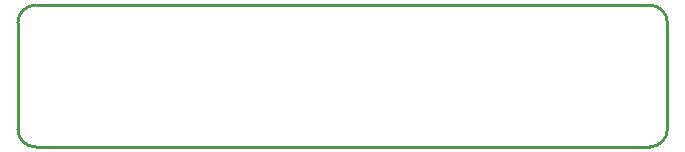
<source format=gbr>
%TF.GenerationSoftware,KiCad,Pcbnew,7.0.10*%
%TF.CreationDate,2024-02-03T21:39:14-08:00*%
%TF.ProjectId,Leak_Detection_PCB,4c65616b-5f44-4657-9465-6374696f6e5f,rev?*%
%TF.SameCoordinates,Original*%
%TF.FileFunction,Profile,NP*%
%FSLAX46Y46*%
G04 Gerber Fmt 4.6, Leading zero omitted, Abs format (unit mm)*
G04 Created by KiCad (PCBNEW 7.0.10) date 2024-02-03 21:39:14*
%MOMM*%
%LPD*%
G01*
G04 APERTURE LIST*
%TA.AperFunction,Profile*%
%ADD10C,0.250000*%
%TD*%
G04 APERTURE END LIST*
D10*
X125215800Y-108245000D02*
G75*
G03*
X123715800Y-109745000I1J-1500001D01*
G01*
X177215800Y-108245000D02*
X125215800Y-108245000D01*
X178715800Y-109745000D02*
G75*
G03*
X177215800Y-108245000I-1500000J0D01*
G01*
X178715800Y-118745000D02*
X178715800Y-109745000D01*
X177215800Y-120245000D02*
G75*
G03*
X178715800Y-118745000I0J1500000D01*
G01*
X125215800Y-120245000D02*
X177215800Y-120245000D01*
X123715800Y-118745000D02*
G75*
G03*
X125215800Y-120245000I1500001J1D01*
G01*
X123715800Y-109745000D02*
X123715800Y-118745000D01*
M02*

</source>
